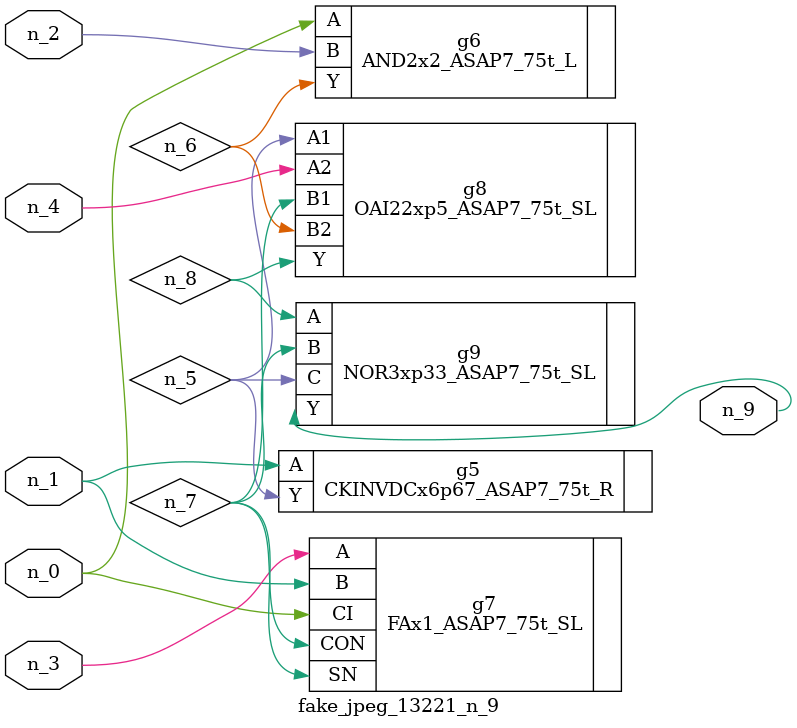
<source format=v>
module fake_jpeg_13221_n_9 (n_3, n_2, n_1, n_0, n_4, n_9);

input n_3;
input n_2;
input n_1;
input n_0;
input n_4;

output n_9;

wire n_8;
wire n_6;
wire n_5;
wire n_7;

CKINVDCx6p67_ASAP7_75t_R g5 ( 
.A(n_1),
.Y(n_5)
);

AND2x2_ASAP7_75t_L g6 ( 
.A(n_0),
.B(n_2),
.Y(n_6)
);

FAx1_ASAP7_75t_SL g7 ( 
.A(n_3),
.B(n_1),
.CI(n_0),
.CON(n_7),
.SN(n_7)
);

OAI22xp5_ASAP7_75t_SL g8 ( 
.A1(n_5),
.A2(n_4),
.B1(n_7),
.B2(n_6),
.Y(n_8)
);

NOR3xp33_ASAP7_75t_SL g9 ( 
.A(n_8),
.B(n_7),
.C(n_5),
.Y(n_9)
);


endmodule
</source>
